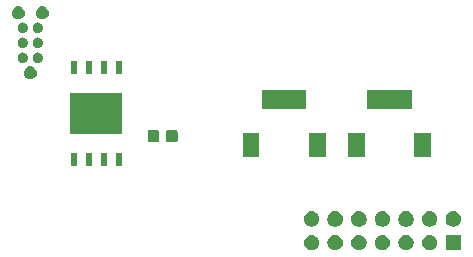
<source format=gbr>
G04 #@! TF.GenerationSoftware,KiCad,Pcbnew,(5.1.5)-3*
G04 #@! TF.CreationDate,2021-08-13T16:15:14-07:00*
G04 #@! TF.ProjectId,Xenigotchi-v1.5,58656e69-676f-4746-9368-692d76312e35,rev?*
G04 #@! TF.SameCoordinates,Original*
G04 #@! TF.FileFunction,Soldermask,Bot*
G04 #@! TF.FilePolarity,Negative*
%FSLAX46Y46*%
G04 Gerber Fmt 4.6, Leading zero omitted, Abs format (unit mm)*
G04 Created by KiCad (PCBNEW (5.1.5)-3) date 2021-08-13 16:15:14*
%MOMM*%
%LPD*%
G04 APERTURE LIST*
%ADD10C,0.100000*%
G04 APERTURE END LIST*
D10*
G36*
X179201055Y-117490171D02*
G01*
X179320257Y-117539546D01*
X179320259Y-117539547D01*
X179427538Y-117611228D01*
X179518772Y-117702462D01*
X179590453Y-117809741D01*
X179590454Y-117809743D01*
X179639829Y-117928945D01*
X179665000Y-118055487D01*
X179665000Y-118184513D01*
X179639829Y-118311055D01*
X179590454Y-118430257D01*
X179590453Y-118430259D01*
X179518772Y-118537538D01*
X179427538Y-118628772D01*
X179320259Y-118700453D01*
X179320258Y-118700454D01*
X179320257Y-118700454D01*
X179201055Y-118749829D01*
X179074513Y-118775000D01*
X178945487Y-118775000D01*
X178818945Y-118749829D01*
X178699743Y-118700454D01*
X178699742Y-118700454D01*
X178699741Y-118700453D01*
X178592462Y-118628772D01*
X178501228Y-118537538D01*
X178429547Y-118430259D01*
X178429546Y-118430257D01*
X178380171Y-118311055D01*
X178355000Y-118184513D01*
X178355000Y-118055487D01*
X178380171Y-117928945D01*
X178429546Y-117809743D01*
X178429547Y-117809741D01*
X178501228Y-117702462D01*
X178592462Y-117611228D01*
X178699741Y-117539547D01*
X178699743Y-117539546D01*
X178818945Y-117490171D01*
X178945487Y-117465000D01*
X179074513Y-117465000D01*
X179201055Y-117490171D01*
G37*
G36*
X181665000Y-118775000D02*
G01*
X180355000Y-118775000D01*
X180355000Y-117465000D01*
X181665000Y-117465000D01*
X181665000Y-118775000D01*
G37*
G36*
X169201055Y-117490171D02*
G01*
X169320257Y-117539546D01*
X169320259Y-117539547D01*
X169427538Y-117611228D01*
X169518772Y-117702462D01*
X169590453Y-117809741D01*
X169590454Y-117809743D01*
X169639829Y-117928945D01*
X169665000Y-118055487D01*
X169665000Y-118184513D01*
X169639829Y-118311055D01*
X169590454Y-118430257D01*
X169590453Y-118430259D01*
X169518772Y-118537538D01*
X169427538Y-118628772D01*
X169320259Y-118700453D01*
X169320258Y-118700454D01*
X169320257Y-118700454D01*
X169201055Y-118749829D01*
X169074513Y-118775000D01*
X168945487Y-118775000D01*
X168818945Y-118749829D01*
X168699743Y-118700454D01*
X168699742Y-118700454D01*
X168699741Y-118700453D01*
X168592462Y-118628772D01*
X168501228Y-118537538D01*
X168429547Y-118430259D01*
X168429546Y-118430257D01*
X168380171Y-118311055D01*
X168355000Y-118184513D01*
X168355000Y-118055487D01*
X168380171Y-117928945D01*
X168429546Y-117809743D01*
X168429547Y-117809741D01*
X168501228Y-117702462D01*
X168592462Y-117611228D01*
X168699741Y-117539547D01*
X168699743Y-117539546D01*
X168818945Y-117490171D01*
X168945487Y-117465000D01*
X169074513Y-117465000D01*
X169201055Y-117490171D01*
G37*
G36*
X171201055Y-117490171D02*
G01*
X171320257Y-117539546D01*
X171320259Y-117539547D01*
X171427538Y-117611228D01*
X171518772Y-117702462D01*
X171590453Y-117809741D01*
X171590454Y-117809743D01*
X171639829Y-117928945D01*
X171665000Y-118055487D01*
X171665000Y-118184513D01*
X171639829Y-118311055D01*
X171590454Y-118430257D01*
X171590453Y-118430259D01*
X171518772Y-118537538D01*
X171427538Y-118628772D01*
X171320259Y-118700453D01*
X171320258Y-118700454D01*
X171320257Y-118700454D01*
X171201055Y-118749829D01*
X171074513Y-118775000D01*
X170945487Y-118775000D01*
X170818945Y-118749829D01*
X170699743Y-118700454D01*
X170699742Y-118700454D01*
X170699741Y-118700453D01*
X170592462Y-118628772D01*
X170501228Y-118537538D01*
X170429547Y-118430259D01*
X170429546Y-118430257D01*
X170380171Y-118311055D01*
X170355000Y-118184513D01*
X170355000Y-118055487D01*
X170380171Y-117928945D01*
X170429546Y-117809743D01*
X170429547Y-117809741D01*
X170501228Y-117702462D01*
X170592462Y-117611228D01*
X170699741Y-117539547D01*
X170699743Y-117539546D01*
X170818945Y-117490171D01*
X170945487Y-117465000D01*
X171074513Y-117465000D01*
X171201055Y-117490171D01*
G37*
G36*
X173201055Y-117490171D02*
G01*
X173320257Y-117539546D01*
X173320259Y-117539547D01*
X173427538Y-117611228D01*
X173518772Y-117702462D01*
X173590453Y-117809741D01*
X173590454Y-117809743D01*
X173639829Y-117928945D01*
X173665000Y-118055487D01*
X173665000Y-118184513D01*
X173639829Y-118311055D01*
X173590454Y-118430257D01*
X173590453Y-118430259D01*
X173518772Y-118537538D01*
X173427538Y-118628772D01*
X173320259Y-118700453D01*
X173320258Y-118700454D01*
X173320257Y-118700454D01*
X173201055Y-118749829D01*
X173074513Y-118775000D01*
X172945487Y-118775000D01*
X172818945Y-118749829D01*
X172699743Y-118700454D01*
X172699742Y-118700454D01*
X172699741Y-118700453D01*
X172592462Y-118628772D01*
X172501228Y-118537538D01*
X172429547Y-118430259D01*
X172429546Y-118430257D01*
X172380171Y-118311055D01*
X172355000Y-118184513D01*
X172355000Y-118055487D01*
X172380171Y-117928945D01*
X172429546Y-117809743D01*
X172429547Y-117809741D01*
X172501228Y-117702462D01*
X172592462Y-117611228D01*
X172699741Y-117539547D01*
X172699743Y-117539546D01*
X172818945Y-117490171D01*
X172945487Y-117465000D01*
X173074513Y-117465000D01*
X173201055Y-117490171D01*
G37*
G36*
X175201055Y-117490171D02*
G01*
X175320257Y-117539546D01*
X175320259Y-117539547D01*
X175427538Y-117611228D01*
X175518772Y-117702462D01*
X175590453Y-117809741D01*
X175590454Y-117809743D01*
X175639829Y-117928945D01*
X175665000Y-118055487D01*
X175665000Y-118184513D01*
X175639829Y-118311055D01*
X175590454Y-118430257D01*
X175590453Y-118430259D01*
X175518772Y-118537538D01*
X175427538Y-118628772D01*
X175320259Y-118700453D01*
X175320258Y-118700454D01*
X175320257Y-118700454D01*
X175201055Y-118749829D01*
X175074513Y-118775000D01*
X174945487Y-118775000D01*
X174818945Y-118749829D01*
X174699743Y-118700454D01*
X174699742Y-118700454D01*
X174699741Y-118700453D01*
X174592462Y-118628772D01*
X174501228Y-118537538D01*
X174429547Y-118430259D01*
X174429546Y-118430257D01*
X174380171Y-118311055D01*
X174355000Y-118184513D01*
X174355000Y-118055487D01*
X174380171Y-117928945D01*
X174429546Y-117809743D01*
X174429547Y-117809741D01*
X174501228Y-117702462D01*
X174592462Y-117611228D01*
X174699741Y-117539547D01*
X174699743Y-117539546D01*
X174818945Y-117490171D01*
X174945487Y-117465000D01*
X175074513Y-117465000D01*
X175201055Y-117490171D01*
G37*
G36*
X177201055Y-117490171D02*
G01*
X177320257Y-117539546D01*
X177320259Y-117539547D01*
X177427538Y-117611228D01*
X177518772Y-117702462D01*
X177590453Y-117809741D01*
X177590454Y-117809743D01*
X177639829Y-117928945D01*
X177665000Y-118055487D01*
X177665000Y-118184513D01*
X177639829Y-118311055D01*
X177590454Y-118430257D01*
X177590453Y-118430259D01*
X177518772Y-118537538D01*
X177427538Y-118628772D01*
X177320259Y-118700453D01*
X177320258Y-118700454D01*
X177320257Y-118700454D01*
X177201055Y-118749829D01*
X177074513Y-118775000D01*
X176945487Y-118775000D01*
X176818945Y-118749829D01*
X176699743Y-118700454D01*
X176699742Y-118700454D01*
X176699741Y-118700453D01*
X176592462Y-118628772D01*
X176501228Y-118537538D01*
X176429547Y-118430259D01*
X176429546Y-118430257D01*
X176380171Y-118311055D01*
X176355000Y-118184513D01*
X176355000Y-118055487D01*
X176380171Y-117928945D01*
X176429546Y-117809743D01*
X176429547Y-117809741D01*
X176501228Y-117702462D01*
X176592462Y-117611228D01*
X176699741Y-117539547D01*
X176699743Y-117539546D01*
X176818945Y-117490171D01*
X176945487Y-117465000D01*
X177074513Y-117465000D01*
X177201055Y-117490171D01*
G37*
G36*
X177201055Y-115490171D02*
G01*
X177320257Y-115539546D01*
X177320259Y-115539547D01*
X177427538Y-115611228D01*
X177518772Y-115702462D01*
X177590453Y-115809741D01*
X177590454Y-115809743D01*
X177639829Y-115928945D01*
X177665000Y-116055487D01*
X177665000Y-116184513D01*
X177639829Y-116311055D01*
X177590454Y-116430257D01*
X177590453Y-116430259D01*
X177518772Y-116537538D01*
X177427538Y-116628772D01*
X177320259Y-116700453D01*
X177320258Y-116700454D01*
X177320257Y-116700454D01*
X177201055Y-116749829D01*
X177074513Y-116775000D01*
X176945487Y-116775000D01*
X176818945Y-116749829D01*
X176699743Y-116700454D01*
X176699742Y-116700454D01*
X176699741Y-116700453D01*
X176592462Y-116628772D01*
X176501228Y-116537538D01*
X176429547Y-116430259D01*
X176429546Y-116430257D01*
X176380171Y-116311055D01*
X176355000Y-116184513D01*
X176355000Y-116055487D01*
X176380171Y-115928945D01*
X176429546Y-115809743D01*
X176429547Y-115809741D01*
X176501228Y-115702462D01*
X176592462Y-115611228D01*
X176699741Y-115539547D01*
X176699743Y-115539546D01*
X176818945Y-115490171D01*
X176945487Y-115465000D01*
X177074513Y-115465000D01*
X177201055Y-115490171D01*
G37*
G36*
X181201055Y-115490171D02*
G01*
X181320257Y-115539546D01*
X181320259Y-115539547D01*
X181427538Y-115611228D01*
X181518772Y-115702462D01*
X181590453Y-115809741D01*
X181590454Y-115809743D01*
X181639829Y-115928945D01*
X181665000Y-116055487D01*
X181665000Y-116184513D01*
X181639829Y-116311055D01*
X181590454Y-116430257D01*
X181590453Y-116430259D01*
X181518772Y-116537538D01*
X181427538Y-116628772D01*
X181320259Y-116700453D01*
X181320258Y-116700454D01*
X181320257Y-116700454D01*
X181201055Y-116749829D01*
X181074513Y-116775000D01*
X180945487Y-116775000D01*
X180818945Y-116749829D01*
X180699743Y-116700454D01*
X180699742Y-116700454D01*
X180699741Y-116700453D01*
X180592462Y-116628772D01*
X180501228Y-116537538D01*
X180429547Y-116430259D01*
X180429546Y-116430257D01*
X180380171Y-116311055D01*
X180355000Y-116184513D01*
X180355000Y-116055487D01*
X180380171Y-115928945D01*
X180429546Y-115809743D01*
X180429547Y-115809741D01*
X180501228Y-115702462D01*
X180592462Y-115611228D01*
X180699741Y-115539547D01*
X180699743Y-115539546D01*
X180818945Y-115490171D01*
X180945487Y-115465000D01*
X181074513Y-115465000D01*
X181201055Y-115490171D01*
G37*
G36*
X179201055Y-115490171D02*
G01*
X179320257Y-115539546D01*
X179320259Y-115539547D01*
X179427538Y-115611228D01*
X179518772Y-115702462D01*
X179590453Y-115809741D01*
X179590454Y-115809743D01*
X179639829Y-115928945D01*
X179665000Y-116055487D01*
X179665000Y-116184513D01*
X179639829Y-116311055D01*
X179590454Y-116430257D01*
X179590453Y-116430259D01*
X179518772Y-116537538D01*
X179427538Y-116628772D01*
X179320259Y-116700453D01*
X179320258Y-116700454D01*
X179320257Y-116700454D01*
X179201055Y-116749829D01*
X179074513Y-116775000D01*
X178945487Y-116775000D01*
X178818945Y-116749829D01*
X178699743Y-116700454D01*
X178699742Y-116700454D01*
X178699741Y-116700453D01*
X178592462Y-116628772D01*
X178501228Y-116537538D01*
X178429547Y-116430259D01*
X178429546Y-116430257D01*
X178380171Y-116311055D01*
X178355000Y-116184513D01*
X178355000Y-116055487D01*
X178380171Y-115928945D01*
X178429546Y-115809743D01*
X178429547Y-115809741D01*
X178501228Y-115702462D01*
X178592462Y-115611228D01*
X178699741Y-115539547D01*
X178699743Y-115539546D01*
X178818945Y-115490171D01*
X178945487Y-115465000D01*
X179074513Y-115465000D01*
X179201055Y-115490171D01*
G37*
G36*
X175201055Y-115490171D02*
G01*
X175320257Y-115539546D01*
X175320259Y-115539547D01*
X175427538Y-115611228D01*
X175518772Y-115702462D01*
X175590453Y-115809741D01*
X175590454Y-115809743D01*
X175639829Y-115928945D01*
X175665000Y-116055487D01*
X175665000Y-116184513D01*
X175639829Y-116311055D01*
X175590454Y-116430257D01*
X175590453Y-116430259D01*
X175518772Y-116537538D01*
X175427538Y-116628772D01*
X175320259Y-116700453D01*
X175320258Y-116700454D01*
X175320257Y-116700454D01*
X175201055Y-116749829D01*
X175074513Y-116775000D01*
X174945487Y-116775000D01*
X174818945Y-116749829D01*
X174699743Y-116700454D01*
X174699742Y-116700454D01*
X174699741Y-116700453D01*
X174592462Y-116628772D01*
X174501228Y-116537538D01*
X174429547Y-116430259D01*
X174429546Y-116430257D01*
X174380171Y-116311055D01*
X174355000Y-116184513D01*
X174355000Y-116055487D01*
X174380171Y-115928945D01*
X174429546Y-115809743D01*
X174429547Y-115809741D01*
X174501228Y-115702462D01*
X174592462Y-115611228D01*
X174699741Y-115539547D01*
X174699743Y-115539546D01*
X174818945Y-115490171D01*
X174945487Y-115465000D01*
X175074513Y-115465000D01*
X175201055Y-115490171D01*
G37*
G36*
X173201055Y-115490171D02*
G01*
X173320257Y-115539546D01*
X173320259Y-115539547D01*
X173427538Y-115611228D01*
X173518772Y-115702462D01*
X173590453Y-115809741D01*
X173590454Y-115809743D01*
X173639829Y-115928945D01*
X173665000Y-116055487D01*
X173665000Y-116184513D01*
X173639829Y-116311055D01*
X173590454Y-116430257D01*
X173590453Y-116430259D01*
X173518772Y-116537538D01*
X173427538Y-116628772D01*
X173320259Y-116700453D01*
X173320258Y-116700454D01*
X173320257Y-116700454D01*
X173201055Y-116749829D01*
X173074513Y-116775000D01*
X172945487Y-116775000D01*
X172818945Y-116749829D01*
X172699743Y-116700454D01*
X172699742Y-116700454D01*
X172699741Y-116700453D01*
X172592462Y-116628772D01*
X172501228Y-116537538D01*
X172429547Y-116430259D01*
X172429546Y-116430257D01*
X172380171Y-116311055D01*
X172355000Y-116184513D01*
X172355000Y-116055487D01*
X172380171Y-115928945D01*
X172429546Y-115809743D01*
X172429547Y-115809741D01*
X172501228Y-115702462D01*
X172592462Y-115611228D01*
X172699741Y-115539547D01*
X172699743Y-115539546D01*
X172818945Y-115490171D01*
X172945487Y-115465000D01*
X173074513Y-115465000D01*
X173201055Y-115490171D01*
G37*
G36*
X171201055Y-115490171D02*
G01*
X171320257Y-115539546D01*
X171320259Y-115539547D01*
X171427538Y-115611228D01*
X171518772Y-115702462D01*
X171590453Y-115809741D01*
X171590454Y-115809743D01*
X171639829Y-115928945D01*
X171665000Y-116055487D01*
X171665000Y-116184513D01*
X171639829Y-116311055D01*
X171590454Y-116430257D01*
X171590453Y-116430259D01*
X171518772Y-116537538D01*
X171427538Y-116628772D01*
X171320259Y-116700453D01*
X171320258Y-116700454D01*
X171320257Y-116700454D01*
X171201055Y-116749829D01*
X171074513Y-116775000D01*
X170945487Y-116775000D01*
X170818945Y-116749829D01*
X170699743Y-116700454D01*
X170699742Y-116700454D01*
X170699741Y-116700453D01*
X170592462Y-116628772D01*
X170501228Y-116537538D01*
X170429547Y-116430259D01*
X170429546Y-116430257D01*
X170380171Y-116311055D01*
X170355000Y-116184513D01*
X170355000Y-116055487D01*
X170380171Y-115928945D01*
X170429546Y-115809743D01*
X170429547Y-115809741D01*
X170501228Y-115702462D01*
X170592462Y-115611228D01*
X170699741Y-115539547D01*
X170699743Y-115539546D01*
X170818945Y-115490171D01*
X170945487Y-115465000D01*
X171074513Y-115465000D01*
X171201055Y-115490171D01*
G37*
G36*
X169201055Y-115490171D02*
G01*
X169320257Y-115539546D01*
X169320259Y-115539547D01*
X169427538Y-115611228D01*
X169518772Y-115702462D01*
X169590453Y-115809741D01*
X169590454Y-115809743D01*
X169639829Y-115928945D01*
X169665000Y-116055487D01*
X169665000Y-116184513D01*
X169639829Y-116311055D01*
X169590454Y-116430257D01*
X169590453Y-116430259D01*
X169518772Y-116537538D01*
X169427538Y-116628772D01*
X169320259Y-116700453D01*
X169320258Y-116700454D01*
X169320257Y-116700454D01*
X169201055Y-116749829D01*
X169074513Y-116775000D01*
X168945487Y-116775000D01*
X168818945Y-116749829D01*
X168699743Y-116700454D01*
X168699742Y-116700454D01*
X168699741Y-116700453D01*
X168592462Y-116628772D01*
X168501228Y-116537538D01*
X168429547Y-116430259D01*
X168429546Y-116430257D01*
X168380171Y-116311055D01*
X168355000Y-116184513D01*
X168355000Y-116055487D01*
X168380171Y-115928945D01*
X168429546Y-115809743D01*
X168429547Y-115809741D01*
X168501228Y-115702462D01*
X168592462Y-115611228D01*
X168699741Y-115539547D01*
X168699743Y-115539546D01*
X168818945Y-115490171D01*
X168945487Y-115465000D01*
X169074513Y-115465000D01*
X169201055Y-115490171D01*
G37*
G36*
X149166000Y-111616000D02*
G01*
X148624000Y-111616000D01*
X148624000Y-110574000D01*
X149166000Y-110574000D01*
X149166000Y-111616000D01*
G37*
G36*
X152976000Y-111616000D02*
G01*
X152434000Y-111616000D01*
X152434000Y-110574000D01*
X152976000Y-110574000D01*
X152976000Y-111616000D01*
G37*
G36*
X151706000Y-111616000D02*
G01*
X151164000Y-111616000D01*
X151164000Y-110574000D01*
X151706000Y-110574000D01*
X151706000Y-111616000D01*
G37*
G36*
X150436000Y-111616000D02*
G01*
X149894000Y-111616000D01*
X149894000Y-110574000D01*
X150436000Y-110574000D01*
X150436000Y-111616000D01*
G37*
G36*
X179098699Y-110880001D02*
G01*
X177701299Y-110880001D01*
X177701299Y-108873001D01*
X179098699Y-108873001D01*
X179098699Y-110880001D01*
G37*
G36*
X173498701Y-110880001D02*
G01*
X172101301Y-110880001D01*
X172101301Y-108873001D01*
X173498701Y-108873001D01*
X173498701Y-110880001D01*
G37*
G36*
X170198699Y-110880001D02*
G01*
X168801299Y-110880001D01*
X168801299Y-108873001D01*
X170198699Y-108873001D01*
X170198699Y-110880001D01*
G37*
G36*
X164598701Y-110880001D02*
G01*
X163201301Y-110880001D01*
X163201301Y-108873001D01*
X164598701Y-108873001D01*
X164598701Y-110880001D01*
G37*
G36*
X155954591Y-108578085D02*
G01*
X155988569Y-108588393D01*
X156019890Y-108605134D01*
X156047339Y-108627661D01*
X156069866Y-108655110D01*
X156086607Y-108686431D01*
X156096915Y-108720409D01*
X156101000Y-108761890D01*
X156101000Y-109438110D01*
X156096915Y-109479591D01*
X156086607Y-109513569D01*
X156069866Y-109544890D01*
X156047339Y-109572339D01*
X156019890Y-109594866D01*
X155988569Y-109611607D01*
X155954591Y-109621915D01*
X155913110Y-109626000D01*
X155311890Y-109626000D01*
X155270409Y-109621915D01*
X155236431Y-109611607D01*
X155205110Y-109594866D01*
X155177661Y-109572339D01*
X155155134Y-109544890D01*
X155138393Y-109513569D01*
X155128085Y-109479591D01*
X155124000Y-109438110D01*
X155124000Y-108761890D01*
X155128085Y-108720409D01*
X155138393Y-108686431D01*
X155155134Y-108655110D01*
X155177661Y-108627661D01*
X155205110Y-108605134D01*
X155236431Y-108588393D01*
X155270409Y-108578085D01*
X155311890Y-108574000D01*
X155913110Y-108574000D01*
X155954591Y-108578085D01*
G37*
G36*
X157529591Y-108578085D02*
G01*
X157563569Y-108588393D01*
X157594890Y-108605134D01*
X157622339Y-108627661D01*
X157644866Y-108655110D01*
X157661607Y-108686431D01*
X157671915Y-108720409D01*
X157676000Y-108761890D01*
X157676000Y-109438110D01*
X157671915Y-109479591D01*
X157661607Y-109513569D01*
X157644866Y-109544890D01*
X157622339Y-109572339D01*
X157594890Y-109594866D01*
X157563569Y-109611607D01*
X157529591Y-109621915D01*
X157488110Y-109626000D01*
X156886890Y-109626000D01*
X156845409Y-109621915D01*
X156811431Y-109611607D01*
X156780110Y-109594866D01*
X156752661Y-109572339D01*
X156730134Y-109544890D01*
X156713393Y-109513569D01*
X156703085Y-109479591D01*
X156699000Y-109438110D01*
X156699000Y-108761890D01*
X156703085Y-108720409D01*
X156713393Y-108686431D01*
X156730134Y-108655110D01*
X156752661Y-108627661D01*
X156780110Y-108605134D01*
X156811431Y-108588393D01*
X156845409Y-108578085D01*
X156886890Y-108574000D01*
X157488110Y-108574000D01*
X157529591Y-108578085D01*
G37*
G36*
X153001000Y-108951000D02*
G01*
X148599000Y-108951000D01*
X148599000Y-105449000D01*
X153001000Y-105449000D01*
X153001000Y-108951000D01*
G37*
G36*
X168581200Y-106827200D02*
G01*
X164818800Y-106827200D01*
X164818800Y-105175800D01*
X168581200Y-105175800D01*
X168581200Y-106827200D01*
G37*
G36*
X177481200Y-106827200D02*
G01*
X173718800Y-106827200D01*
X173718800Y-105175800D01*
X177481200Y-105175800D01*
X177481200Y-106827200D01*
G37*
G36*
X145359408Y-103214501D02*
G01*
X145458863Y-103255697D01*
X145458865Y-103255698D01*
X145503923Y-103285805D01*
X145548372Y-103315505D01*
X145624495Y-103391628D01*
X145684303Y-103481137D01*
X145725499Y-103580592D01*
X145746500Y-103686173D01*
X145746500Y-103793827D01*
X145725499Y-103899408D01*
X145684303Y-103998863D01*
X145684302Y-103998865D01*
X145624494Y-104088373D01*
X145548373Y-104164494D01*
X145458865Y-104224302D01*
X145458864Y-104224303D01*
X145458863Y-104224303D01*
X145359408Y-104265499D01*
X145253827Y-104286500D01*
X145146173Y-104286500D01*
X145040592Y-104265499D01*
X144941137Y-104224303D01*
X144941136Y-104224303D01*
X144941135Y-104224302D01*
X144851627Y-104164494D01*
X144775506Y-104088373D01*
X144715698Y-103998865D01*
X144715697Y-103998863D01*
X144674501Y-103899408D01*
X144653500Y-103793827D01*
X144653500Y-103686173D01*
X144674501Y-103580592D01*
X144715697Y-103481137D01*
X144775505Y-103391628D01*
X144851628Y-103315505D01*
X144896077Y-103285805D01*
X144941135Y-103255698D01*
X144941137Y-103255697D01*
X145040592Y-103214501D01*
X145146173Y-103193500D01*
X145253827Y-103193500D01*
X145359408Y-103214501D01*
G37*
G36*
X150436000Y-103826000D02*
G01*
X149894000Y-103826000D01*
X149894000Y-102784000D01*
X150436000Y-102784000D01*
X150436000Y-103826000D01*
G37*
G36*
X151706000Y-103826000D02*
G01*
X151164000Y-103826000D01*
X151164000Y-102784000D01*
X151706000Y-102784000D01*
X151706000Y-103826000D01*
G37*
G36*
X149166000Y-103826000D02*
G01*
X148624000Y-103826000D01*
X148624000Y-102784000D01*
X149166000Y-102784000D01*
X149166000Y-103826000D01*
G37*
G36*
X152976000Y-103826000D02*
G01*
X152434000Y-103826000D01*
X152434000Y-102784000D01*
X152976000Y-102784000D01*
X152976000Y-103826000D01*
G37*
G36*
X144694656Y-102042581D02*
G01*
X144775548Y-102076088D01*
X144775550Y-102076089D01*
X144848352Y-102124734D01*
X144910266Y-102186648D01*
X144958912Y-102259452D01*
X144992419Y-102340344D01*
X145009500Y-102426219D01*
X145009500Y-102513781D01*
X144992419Y-102599656D01*
X144958912Y-102680548D01*
X144958911Y-102680550D01*
X144910266Y-102753352D01*
X144848352Y-102815266D01*
X144775550Y-102863911D01*
X144775549Y-102863912D01*
X144775548Y-102863912D01*
X144694656Y-102897419D01*
X144608781Y-102914500D01*
X144521219Y-102914500D01*
X144435344Y-102897419D01*
X144354452Y-102863912D01*
X144354451Y-102863912D01*
X144354450Y-102863911D01*
X144281648Y-102815266D01*
X144219734Y-102753352D01*
X144171089Y-102680550D01*
X144171088Y-102680548D01*
X144137581Y-102599656D01*
X144120500Y-102513781D01*
X144120500Y-102426219D01*
X144137581Y-102340344D01*
X144171088Y-102259452D01*
X144219734Y-102186648D01*
X144281648Y-102124734D01*
X144354450Y-102076089D01*
X144354452Y-102076088D01*
X144435344Y-102042581D01*
X144521219Y-102025500D01*
X144608781Y-102025500D01*
X144694656Y-102042581D01*
G37*
G36*
X145964656Y-102042581D02*
G01*
X146045548Y-102076088D01*
X146045550Y-102076089D01*
X146118352Y-102124734D01*
X146180266Y-102186648D01*
X146228912Y-102259452D01*
X146262419Y-102340344D01*
X146279500Y-102426219D01*
X146279500Y-102513781D01*
X146262419Y-102599656D01*
X146228912Y-102680548D01*
X146228911Y-102680550D01*
X146180266Y-102753352D01*
X146118352Y-102815266D01*
X146045550Y-102863911D01*
X146045549Y-102863912D01*
X146045548Y-102863912D01*
X145964656Y-102897419D01*
X145878781Y-102914500D01*
X145791219Y-102914500D01*
X145705344Y-102897419D01*
X145624452Y-102863912D01*
X145624451Y-102863912D01*
X145624450Y-102863911D01*
X145551648Y-102815266D01*
X145489734Y-102753352D01*
X145441089Y-102680550D01*
X145441088Y-102680548D01*
X145407581Y-102599656D01*
X145390500Y-102513781D01*
X145390500Y-102426219D01*
X145407581Y-102340344D01*
X145441088Y-102259452D01*
X145489734Y-102186648D01*
X145551648Y-102124734D01*
X145624450Y-102076089D01*
X145624452Y-102076088D01*
X145705344Y-102042581D01*
X145791219Y-102025500D01*
X145878781Y-102025500D01*
X145964656Y-102042581D01*
G37*
G36*
X145964656Y-100772581D02*
G01*
X146045548Y-100806088D01*
X146045550Y-100806089D01*
X146118352Y-100854734D01*
X146180266Y-100916648D01*
X146228912Y-100989452D01*
X146262419Y-101070344D01*
X146279500Y-101156219D01*
X146279500Y-101243781D01*
X146262419Y-101329656D01*
X146228912Y-101410548D01*
X146228911Y-101410550D01*
X146180266Y-101483352D01*
X146118352Y-101545266D01*
X146045550Y-101593911D01*
X146045549Y-101593912D01*
X146045548Y-101593912D01*
X145964656Y-101627419D01*
X145878781Y-101644500D01*
X145791219Y-101644500D01*
X145705344Y-101627419D01*
X145624452Y-101593912D01*
X145624451Y-101593912D01*
X145624450Y-101593911D01*
X145551648Y-101545266D01*
X145489734Y-101483352D01*
X145441089Y-101410550D01*
X145441088Y-101410548D01*
X145407581Y-101329656D01*
X145390500Y-101243781D01*
X145390500Y-101156219D01*
X145407581Y-101070344D01*
X145441088Y-100989452D01*
X145489734Y-100916648D01*
X145551648Y-100854734D01*
X145624450Y-100806089D01*
X145624452Y-100806088D01*
X145705344Y-100772581D01*
X145791219Y-100755500D01*
X145878781Y-100755500D01*
X145964656Y-100772581D01*
G37*
G36*
X144694656Y-100772581D02*
G01*
X144775548Y-100806088D01*
X144775550Y-100806089D01*
X144848352Y-100854734D01*
X144910266Y-100916648D01*
X144958912Y-100989452D01*
X144992419Y-101070344D01*
X145009500Y-101156219D01*
X145009500Y-101243781D01*
X144992419Y-101329656D01*
X144958912Y-101410548D01*
X144958911Y-101410550D01*
X144910266Y-101483352D01*
X144848352Y-101545266D01*
X144775550Y-101593911D01*
X144775549Y-101593912D01*
X144775548Y-101593912D01*
X144694656Y-101627419D01*
X144608781Y-101644500D01*
X144521219Y-101644500D01*
X144435344Y-101627419D01*
X144354452Y-101593912D01*
X144354451Y-101593912D01*
X144354450Y-101593911D01*
X144281648Y-101545266D01*
X144219734Y-101483352D01*
X144171089Y-101410550D01*
X144171088Y-101410548D01*
X144137581Y-101329656D01*
X144120500Y-101243781D01*
X144120500Y-101156219D01*
X144137581Y-101070344D01*
X144171088Y-100989452D01*
X144219734Y-100916648D01*
X144281648Y-100854734D01*
X144354450Y-100806089D01*
X144354452Y-100806088D01*
X144435344Y-100772581D01*
X144521219Y-100755500D01*
X144608781Y-100755500D01*
X144694656Y-100772581D01*
G37*
G36*
X145964656Y-99502581D02*
G01*
X146045548Y-99536088D01*
X146045550Y-99536089D01*
X146118352Y-99584734D01*
X146180266Y-99646648D01*
X146228912Y-99719452D01*
X146262419Y-99800344D01*
X146279500Y-99886219D01*
X146279500Y-99973781D01*
X146262419Y-100059656D01*
X146228912Y-100140548D01*
X146228911Y-100140550D01*
X146180266Y-100213352D01*
X146118352Y-100275266D01*
X146045550Y-100323911D01*
X146045549Y-100323912D01*
X146045548Y-100323912D01*
X145964656Y-100357419D01*
X145878781Y-100374500D01*
X145791219Y-100374500D01*
X145705344Y-100357419D01*
X145624452Y-100323912D01*
X145624451Y-100323912D01*
X145624450Y-100323911D01*
X145551648Y-100275266D01*
X145489734Y-100213352D01*
X145441089Y-100140550D01*
X145441088Y-100140548D01*
X145407581Y-100059656D01*
X145390500Y-99973781D01*
X145390500Y-99886219D01*
X145407581Y-99800344D01*
X145441088Y-99719452D01*
X145489734Y-99646648D01*
X145551648Y-99584734D01*
X145624450Y-99536089D01*
X145624452Y-99536088D01*
X145705344Y-99502581D01*
X145791219Y-99485500D01*
X145878781Y-99485500D01*
X145964656Y-99502581D01*
G37*
G36*
X144694656Y-99502581D02*
G01*
X144775548Y-99536088D01*
X144775550Y-99536089D01*
X144848352Y-99584734D01*
X144910266Y-99646648D01*
X144958912Y-99719452D01*
X144992419Y-99800344D01*
X145009500Y-99886219D01*
X145009500Y-99973781D01*
X144992419Y-100059656D01*
X144958912Y-100140548D01*
X144958911Y-100140550D01*
X144910266Y-100213352D01*
X144848352Y-100275266D01*
X144775550Y-100323911D01*
X144775549Y-100323912D01*
X144775548Y-100323912D01*
X144694656Y-100357419D01*
X144608781Y-100374500D01*
X144521219Y-100374500D01*
X144435344Y-100357419D01*
X144354452Y-100323912D01*
X144354451Y-100323912D01*
X144354450Y-100323911D01*
X144281648Y-100275266D01*
X144219734Y-100213352D01*
X144171089Y-100140550D01*
X144171088Y-100140548D01*
X144137581Y-100059656D01*
X144120500Y-99973781D01*
X144120500Y-99886219D01*
X144137581Y-99800344D01*
X144171088Y-99719452D01*
X144219734Y-99646648D01*
X144281648Y-99584734D01*
X144354450Y-99536089D01*
X144354452Y-99536088D01*
X144435344Y-99502581D01*
X144521219Y-99485500D01*
X144608781Y-99485500D01*
X144694656Y-99502581D01*
G37*
G36*
X146375408Y-98134501D02*
G01*
X146474863Y-98175697D01*
X146474865Y-98175698D01*
X146519923Y-98205805D01*
X146564372Y-98235505D01*
X146640495Y-98311628D01*
X146700303Y-98401137D01*
X146741499Y-98500592D01*
X146762500Y-98606173D01*
X146762500Y-98713827D01*
X146741499Y-98819408D01*
X146700303Y-98918863D01*
X146700302Y-98918865D01*
X146640494Y-99008373D01*
X146564373Y-99084494D01*
X146474865Y-99144302D01*
X146474864Y-99144303D01*
X146474863Y-99144303D01*
X146375408Y-99185499D01*
X146269827Y-99206500D01*
X146162173Y-99206500D01*
X146056592Y-99185499D01*
X145957137Y-99144303D01*
X145957136Y-99144303D01*
X145957135Y-99144302D01*
X145867627Y-99084494D01*
X145791506Y-99008373D01*
X145731698Y-98918865D01*
X145731697Y-98918863D01*
X145690501Y-98819408D01*
X145669500Y-98713827D01*
X145669500Y-98606173D01*
X145690501Y-98500592D01*
X145731697Y-98401137D01*
X145791505Y-98311628D01*
X145867628Y-98235505D01*
X145912077Y-98205805D01*
X145957135Y-98175698D01*
X145957137Y-98175697D01*
X146056592Y-98134501D01*
X146162173Y-98113500D01*
X146269827Y-98113500D01*
X146375408Y-98134501D01*
G37*
G36*
X144343408Y-98134501D02*
G01*
X144442863Y-98175697D01*
X144442865Y-98175698D01*
X144487923Y-98205805D01*
X144532372Y-98235505D01*
X144608495Y-98311628D01*
X144668303Y-98401137D01*
X144709499Y-98500592D01*
X144730500Y-98606173D01*
X144730500Y-98713827D01*
X144709499Y-98819408D01*
X144668303Y-98918863D01*
X144668302Y-98918865D01*
X144608494Y-99008373D01*
X144532373Y-99084494D01*
X144442865Y-99144302D01*
X144442864Y-99144303D01*
X144442863Y-99144303D01*
X144343408Y-99185499D01*
X144237827Y-99206500D01*
X144130173Y-99206500D01*
X144024592Y-99185499D01*
X143925137Y-99144303D01*
X143925136Y-99144303D01*
X143925135Y-99144302D01*
X143835627Y-99084494D01*
X143759506Y-99008373D01*
X143699698Y-98918865D01*
X143699697Y-98918863D01*
X143658501Y-98819408D01*
X143637500Y-98713827D01*
X143637500Y-98606173D01*
X143658501Y-98500592D01*
X143699697Y-98401137D01*
X143759505Y-98311628D01*
X143835628Y-98235505D01*
X143880077Y-98205805D01*
X143925135Y-98175698D01*
X143925137Y-98175697D01*
X144024592Y-98134501D01*
X144130173Y-98113500D01*
X144237827Y-98113500D01*
X144343408Y-98134501D01*
G37*
M02*

</source>
